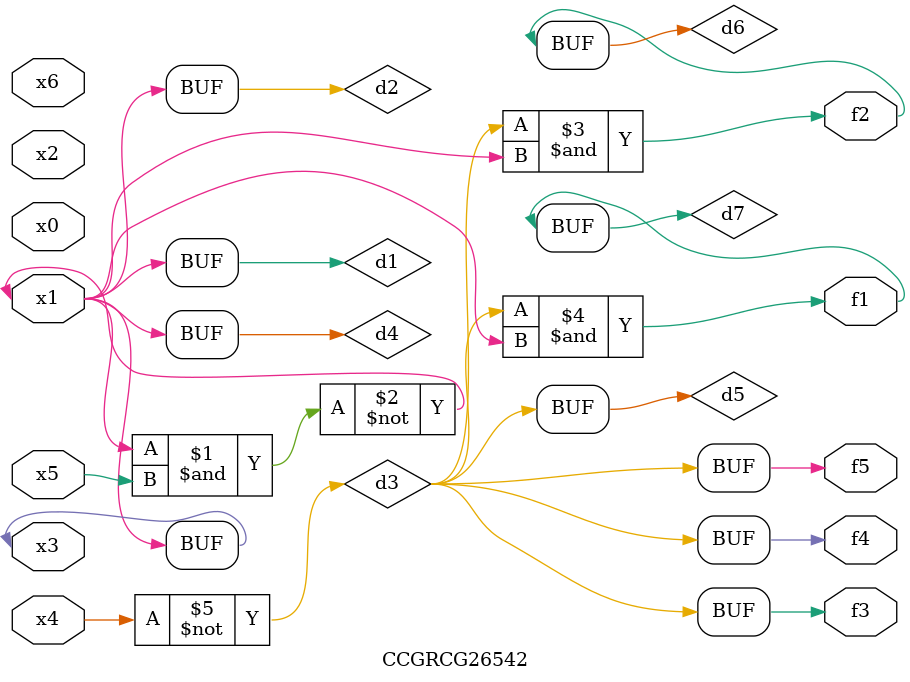
<source format=v>
module CCGRCG26542(
	input x0, x1, x2, x3, x4, x5, x6,
	output f1, f2, f3, f4, f5
);

	wire d1, d2, d3, d4, d5, d6, d7;

	buf (d1, x1, x3);
	nand (d2, x1, x5);
	not (d3, x4);
	buf (d4, d1, d2);
	buf (d5, d3);
	and (d6, d3, d4);
	and (d7, d3, d4);
	assign f1 = d7;
	assign f2 = d6;
	assign f3 = d5;
	assign f4 = d5;
	assign f5 = d5;
endmodule

</source>
